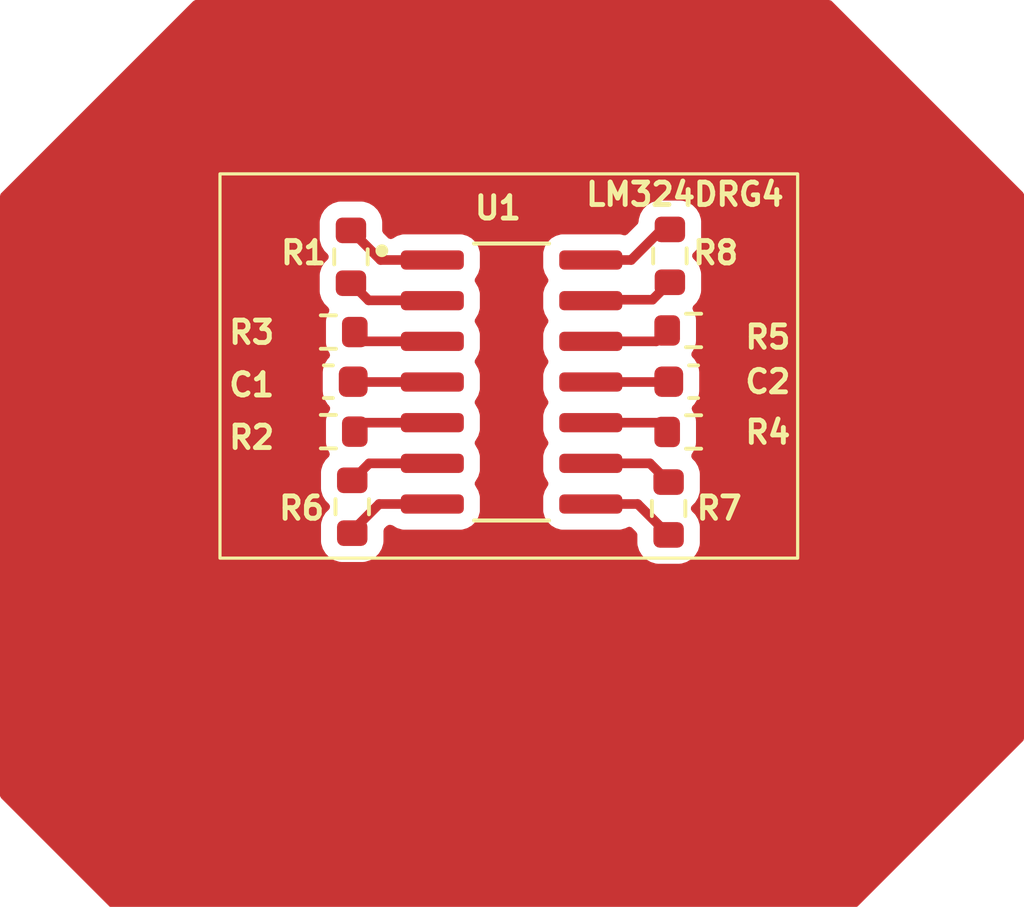
<source format=kicad_pcb>
(kicad_pcb (version 20241229) (generator "pcbnew") (generator_version "9.0")
  (layers (0 "F.Cu" signal) (4 "In1.Cu" signal) (6 "In2.Cu" signal) (2 "B.Cu" signal) (13 "F.Paste" user) (15 "B.Paste" user) (5 "F.SilkS" user "F.Silkscreen") (7 "B.SilkS" user "B.Silkscreen") (1 "F.Mask" user) (3 "B.Mask" user) (25 "Edge.Cuts" user))
  (net 0 "")
  (net 1 "/LM324DRG4/VCC")
  (net 2 "/LM324DRG4/GND")
  (net 3 "/LM324DRG4/VEE")
  (net 4 "/LM324DRG4/PD0")
  (net 5 "/LM324DRG4/OUT1")
  (net 6 "Net-(U1-2IN+)")
  (net 7 "Net-(U1-1IN+)")
  (net 8 "Net-(U1-3IN+)")
  (net 9 "Net-(U1-4IN+)")
  (net 10 "/LM324DRG4/PD1")
  (net 11 "/LM324DRG4/OUT2")
  (net 12 "/LM324DRG4/OUT3")
  (net 13 "/LM324DRG4/PD2")
  (net 14 "/LM324DRG4/PD3")
  (net 15 "/LM324DRG4/OUT4")
  (footprint "Library:C_0603_1608Metric" (layer "F.Cu") (at 157.845 89.65 180)
    (property "Reference" "C1" (at 2.395 -0.1 0) (layer "F.SilkS") (effects (font (size 0.7 0.7) (thickness 0.153))))
    (property "Value" "0.1uF")
    (fp_line (start -0.14058 0.51) (end 0.14058 0.51) (stroke (width 0.12)) (layer "F.SilkS"))
    (fp_line (start -0.14058 -0.51) (end 0.14058 -0.51) (stroke (width 0.12)) (layer "F.SilkS"))
    (pad "1" smd roundrect (at -0.775 0 180) (size 0.9 0.95) (layers "F.Cu" "F.Mask" "F.Paste") (net 1 "/LM324DRG4/VCC"))
    (pad "2" smd roundrect (at 0.775 0 180) (size 0.9 0.95) (layers "F.Cu" "F.Mask" "F.Paste") (net 2 "/LM324DRG4/GND"))
  )
  (footprint "Library:R_0603_1608Metric" (layer "F.Cu") (at 169.25 88.05 180)
    (property "Reference" "R5" (at -2.32 -0.21 0) (layer "F.SilkS") (effects (font (size 0.7 0.7) (thickness 0.153))))
    (property "Value" "100k")
    (fp_line (start -0.237258 0.5225) (end 0.237258 0.5225) (stroke (width 0.12)) (layer "F.SilkS"))
    (fp_line (start -0.237258 -0.5225) (end 0.237258 -0.5225) (stroke (width 0.12)) (layer "F.SilkS"))
    (pad "1" smd roundrect (at -0.825 0 180) (size 0.8 0.95) (layers "F.Cu" "F.Mask" "F.Paste") (net 2 "/LM324DRG4/GND"))
    (pad "2" smd roundrect (at 0.825 0 180) (size 0.8 0.95) (layers "F.Cu" "F.Mask" "F.Paste") (net 9 "Net-(U1-4IN+)"))
  )
  (footprint "Library:R_0603_1608Metric" (layer "F.Cu") (at 158.59 93.555 90)
    (property "Reference" "R6" (at -0.045 -1.58 180) (layer "F.SilkS") (effects (font (size 0.7 0.7) (thickness 0.153))))
    (property "Value" "100k")
    (fp_line (start -0.237258 -0.5225) (end 0.237258 -0.5225) (stroke (width 0.12)) (layer "F.SilkS"))
    (fp_line (start -0.237258 0.5225) (end 0.237258 0.5225) (stroke (width 0.12)) (layer "F.SilkS"))
    (pad "1" smd roundrect (at -0.825 0 90) (size 0.8 0.95) (layers "F.Cu" "F.Mask" "F.Paste") (net 11 "/LM324DRG4/OUT2"))
    (pad "2" smd roundrect (at 0.825 0 90) (size 0.8 0.95) (layers "F.Cu" "F.Mask" "F.Paste") (net 10 "/LM324DRG4/PD1"))
  )
  (footprint "Library:R_0603_1608Metric" (layer "F.Cu") (at 158.55 85.75 -90)
    (property "Reference" "R1" (at -0.125 1.48 180) (layer "F.SilkS") (effects (font (size 0.7 0.7) (thickness 0.153))))
    (property "Value" "100k")
    (fp_line (start -0.237258 0.5225) (end 0.237258 0.5225) (stroke (width 0.12)) (layer "F.SilkS"))
    (fp_line (start -0.237258 -0.5225) (end 0.237258 -0.5225) (stroke (width 0.12)) (layer "F.SilkS"))
    (pad "1" smd roundrect (at -0.825 0 270) (size 0.8 0.95) (layers "F.Cu" "F.Mask" "F.Paste") (net 5 "/LM324DRG4/OUT1"))
    (pad "2" smd roundrect (at 0.825 0 270) (size 0.8 0.95) (layers "F.Cu" "F.Mask" "F.Paste") (net 4 "/LM324DRG4/PD0"))
  )
  (footprint "Library:R_0603_1608Metric" (layer "F.Cu") (at 168.47 93.61 90)
    (property "Reference" "R7" (at 0.01 1.58 180) (layer "F.SilkS") (effects (font (size 0.7 0.7) (thickness 0.153))))
    (property "Value" "100k")
    (fp_line (start -0.237258 -0.5225) (end 0.237258 -0.5225) (stroke (width 0.12)) (layer "F.SilkS"))
    (fp_line (start -0.237258 0.5225) (end 0.237258 0.5225) (stroke (width 0.12)) (layer "F.SilkS"))
    (pad "1" smd roundrect (at -0.825 0 90) (size 0.8 0.95) (layers "F.Cu" "F.Mask" "F.Paste") (net 12 "/LM324DRG4/OUT3"))
    (pad "2" smd roundrect (at 0.825 0 90) (size 0.8 0.95) (layers "F.Cu" "F.Mask" "F.Paste") (net 13 "/LM324DRG4/PD2"))
  )
  (footprint "Library:C_0603_1608Metric" (layer "F.Cu") (at 169.25 89.65)
    (property "Reference" "C2" (at 2.32 0 0) (layer "F.SilkS") (effects (font (size 0.7 0.7) (thickness 0.153))))
    (property "Value" "0.1uF")
    (fp_line (start -0.14058 -0.51) (end 0.14058 -0.51) (stroke (width 0.12)) (layer "F.SilkS"))
    (fp_line (start -0.14058 0.51) (end 0.14058 0.51) (stroke (width 0.12)) (layer "F.SilkS"))
    (pad "1" smd roundrect (at -0.775 0) (size 0.9 0.95) (layers "F.Cu" "F.Mask" "F.Paste") (net 3 "/LM324DRG4/VEE"))
    (pad "2" smd roundrect (at 0.775 0) (size 0.9 0.95) (layers "F.Cu" "F.Mask" "F.Paste") (net 2 "/LM324DRG4/GND"))
  )
  (footprint "Library:R_0603_1608Metric" (layer "F.Cu") (at 168.51 85.72 -90)
    (property "Reference" "R8" (at -0.095 -1.43 180) (layer "F.SilkS") (effects (font (size 0.7 0.7) (thickness 0.153))))
    (property "Value" "100k")
    (fp_line (start -0.237258 0.5225) (end 0.237258 0.5225) (stroke (width 0.12)) (layer "F.SilkS"))
    (fp_line (start -0.237258 -0.5225) (end 0.237258 -0.5225) (stroke (width 0.12)) (layer "F.SilkS"))
    (pad "1" smd roundrect (at -0.825 0 270) (size 0.8 0.95) (layers "F.Cu" "F.Mask" "F.Paste") (net 15 "/LM324DRG4/OUT4"))
    (pad "2" smd roundrect (at 0.825 0 270) (size 0.8 0.95) (layers "F.Cu" "F.Mask" "F.Paste") (net 14 "/LM324DRG4/PD3"))
  )
  (footprint "Library:R_0603_1608Metric" (layer "F.Cu") (at 157.845 88.1)
    (property "Reference" "R3" (at -2.395 0.01 0) (layer "F.SilkS") (effects (font (size 0.7 0.7) (thickness 0.153))))
    (property "Value" "100k")
    (fp_line (start -0.237258 -0.5225) (end 0.237258 -0.5225) (stroke (width 0.12)) (layer "F.SilkS"))
    (fp_line (start -0.237258 0.5225) (end 0.237258 0.5225) (stroke (width 0.12)) (layer "F.SilkS"))
    (pad "1" smd roundrect (at -0.825 0) (size 0.8 0.95) (layers "F.Cu" "F.Mask" "F.Paste") (net 2 "/LM324DRG4/GND"))
    (pad "2" smd roundrect (at 0.825 0) (size 0.8 0.95) (layers "F.Cu" "F.Mask" "F.Paste") (net 7 "Net-(U1-1IN+)"))
  )
  (footprint "Library:R_0603_1608Metric" (layer "F.Cu") (at 169.25 91.22 180)
    (property "Reference" "R4" (at -2.32 -0.01 0) (layer "F.SilkS") (effects (font (size 0.7 0.7) (thickness 0.153))))
    (property "Value" "100k")
    (fp_line (start -0.237258 0.5225) (end 0.237258 0.5225) (stroke (width 0.12)) (layer "F.SilkS"))
    (fp_line (start -0.237258 -0.5225) (end 0.237258 -0.5225) (stroke (width 0.12)) (layer "F.SilkS"))
    (pad "1" smd roundrect (at -0.825 0 180) (size 0.8 0.95) (layers "F.Cu" "F.Mask" "F.Paste") (net 2 "/LM324DRG4/GND"))
    (pad "2" smd roundrect (at 0.825 0 180) (size 0.8 0.95) (layers "F.Cu" "F.Mask" "F.Paste") (net 8 "Net-(U1-3IN+)"))
  )
  (footprint "Library:R_0603_1608Metric" (layer "F.Cu") (at 157.845 91.21)
    (property "Reference" "R2" (at -2.395 0.18 0) (layer "F.SilkS") (effects (font (size 0.7 0.7) (thickness 0.153))))
    (property "Value" "100k")
    (fp_line (start -0.237258 -0.5225) (end 0.237258 -0.5225) (stroke (width 0.12)) (layer "F.SilkS"))
    (fp_line (start -0.237258 0.5225) (end 0.237258 0.5225) (stroke (width 0.12)) (layer "F.SilkS"))
    (pad "1" smd roundrect (at -0.825 0) (size 0.8 0.95) (layers "F.Cu" "F.Mask" "F.Paste") (net 2 "/LM324DRG4/GND"))
    (pad "2" smd roundrect (at 0.825 0) (size 0.8 0.95) (layers "F.Cu" "F.Mask" "F.Paste") (net 6 "Net-(U1-2IN+)"))
  )
  (footprint "Library:SOIC127P600X175-14N" (layer "F.Cu") (at 163.565 89.66)
    (property "Reference" "U1" (at -0.425 -5.435 0) (layer "F.SilkS") (effects (font (size 0.7 0.7) (thickness 0.153))))
    (property "Value" "LM324DRG4")
    (fp_line (start -1.17 -4.325) (end 1.17 -4.325) (stroke (width 0.127)) (layer "F.SilkS"))
    (fp_line (start -1.17 4.325) (end 1.17 4.325) (stroke (width 0.127)) (layer "F.SilkS"))
    (fp_circle (center -4.05 -4.1) (end -3.95 -4.1) (stroke (width 0.2)) (fill no) (layer "F.SilkS"))
    (pad "1" smd roundrect (at -2.475 -3.81) (size 1.97 0.6) (layers "F.Cu" "F.Mask" "F.Paste") (net 5 "/LM324DRG4/OUT1"))
    (pad "2" smd roundrect (at -2.475 -2.54) (size 1.97 0.6) (layers "F.Cu" "F.Mask" "F.Paste") (net 4 "/LM324DRG4/PD0"))
    (pad "3" smd roundrect (at -2.475 -1.27) (size 1.97 0.6) (layers "F.Cu" "F.Mask" "F.Paste") (net 7 "Net-(U1-1IN+)"))
    (pad "4" smd roundrect (at -2.475 0) (size 1.97 0.6) (layers "F.Cu" "F.Mask" "F.Paste") (net 1 "/LM324DRG4/VCC"))
    (pad "5" smd roundrect (at -2.475 1.27) (size 1.97 0.6) (layers "F.Cu" "F.Mask" "F.Paste") (net 6 "Net-(U1-2IN+)"))
    (pad "6" smd roundrect (at -2.475 2.54) (size 1.97 0.6) (layers "F.Cu" "F.Mask" "F.Paste") (net 10 "/LM324DRG4/PD1"))
    (pad "7" smd roundrect (at -2.475 3.81) (size 1.97 0.6) (layers "F.Cu" "F.Mask" "F.Paste") (net 11 "/LM324DRG4/OUT2"))
    (pad "8" smd roundrect (at 2.475 3.81) (size 1.97 0.6) (layers "F.Cu" "F.Mask" "F.Paste") (net 12 "/LM324DRG4/OUT3"))
    (pad "9" smd roundrect (at 2.475 2.54) (size 1.97 0.6) (layers "F.Cu" "F.Mask" "F.Paste") (net 13 "/LM324DRG4/PD2"))
    (pad "10" smd roundrect (at 2.475 1.27) (size 1.97 0.6) (layers "F.Cu" "F.Mask" "F.Paste") (net 8 "Net-(U1-3IN+)"))
    (pad "11" smd roundrect (at 2.475 0) (size 1.97 0.6) (layers "F.Cu" "F.Mask" "F.Paste") (net 3 "/LM324DRG4/VEE"))
    (pad "12" smd roundrect (at 2.475 -1.27) (size 1.97 0.6) (layers "F.Cu" "F.Mask" "F.Paste") (net 9 "Net-(U1-4IN+)"))
    (pad "13" smd roundrect (at 2.475 -2.54) (size 1.97 0.6) (layers "F.Cu" "F.Mask" "F.Paste") (net 14 "/LM324DRG4/PD3"))
    (pad "14" smd roundrect (at 2.475 -3.81) (size 1.97 0.6) (layers "F.Cu" "F.Mask" "F.Paste") (net 15 "/LM324DRG4/OUT4"))
  )
  (gr_rect (start 154.46 83.16) (end 172.5 95.16) (stroke (width 0.1)) (fill no) (layer "F.SilkS"))
  (gr_text "LM324DRG4" (at 168.98 83.8 0) (layer "F.SilkS") (effects (font (size 0.7 0.7) (thickness 0.153) (bold yes))))
  (segment (start 158.63 89.66) (end 158.62 89.65) (width 0.3) (layer "F.Cu") (net 1))
  (segment (start 161.09 89.66) (end 158.63 89.66) (width 0.3) (layer "F.Cu") (net 1))
  (segment (start 166.04 89.66) (end 168.465 89.66) (width 0.3) (layer "F.Cu") (net 3))
  (segment (start 168.465 89.66) (end 168.475 89.65) (width 0.3) (layer "F.Cu") (net 3))
  (segment (start 159.1 87.11) (end 158.565 86.575) (width 0.3) (layer "F.Cu") (net 4))
  (segment (start 161.09 87.12) (end 160.55 87.12) (width 0.3) (layer "F.Cu") (net 4))
  (segment (start 160.54 87.11) (end 159.1 87.11) (width 0.3) (layer "F.Cu") (net 4))
  (segment (start 160.55 87.12) (end 160.54 87.11) (width 0.3) (layer "F.Cu") (net 4))
  (segment (start 158.565 86.575) (end 158.55 86.575) (width 0.3) (layer "F.Cu") (net 4))
  (segment (start 159.475 85.85) (end 158.55 84.925) (width 0.3) (layer "F.Cu") (net 5))
  (segment (start 161.09 85.85) (end 159.475 85.85) (width 0.3) (layer "F.Cu") (net 5))
  (segment (start 161.09 90.93) (end 158.95 90.93) (width 0.3) (layer "F.Cu") (net 6))
  (segment (start 158.95 90.93) (end 158.67 91.21) (width 0.3) (layer "F.Cu") (net 6))
  (segment (start 158.96 88.39) (end 158.67 88.1) (width 0.3) (layer "F.Cu") (net 7))
  (segment (start 161.09 88.39) (end 158.96 88.39) (width 0.3) (layer "F.Cu") (net 7))
  (segment (start 166.04 90.93) (end 168.135 90.93) (width 0.3) (layer "F.Cu") (net 8))
  (segment (start 168.135 90.93) (end 168.425 91.22) (width 0.3) (layer "F.Cu") (net 8))
  (segment (start 166.04 88.39) (end 168.085 88.39) (width 0.3) (layer "F.Cu") (net 9))
  (segment (start 168.085 88.39) (end 168.425 88.05) (width 0.3) (layer "F.Cu") (net 9))
  (segment (start 161.09 92.2) (end 159.12 92.2) (width 0.3) (layer "F.Cu") (net 10))
  (segment (start 159.12 92.2) (end 158.59 92.73) (width 0.3) (layer "F.Cu") (net 10))
  (segment (start 158.59 94.31) (end 158.59 94.38) (width 0.3) (layer "F.Cu") (net 11))
  (segment (start 159.43 93.47) (end 158.59 94.31) (width 0.3) (layer "F.Cu") (net 11))
  (segment (start 161.09 93.47) (end 159.43 93.47) (width 0.3) (layer "F.Cu") (net 11))
  (segment (start 166.04 93.47) (end 167.505 93.47) (width 0.3) (layer "F.Cu") (net 12))
  (segment (start 167.505 93.47) (end 168.47 94.435) (width 0.3) (layer "F.Cu") (net 12))
  (segment (start 167.885 92.2) (end 168.47 92.785) (width 0.3) (layer "F.Cu") (net 13))
  (segment (start 166.04 92.2) (end 167.885 92.2) (width 0.3) (layer "F.Cu") (net 13))
  (segment (start 167.965 87.09) (end 168.51 86.545) (width 0.3) (layer "F.Cu") (net 14))
  (segment (start 166.04 87.12) (end 166.07 87.09) (width 0.3) (layer "F.Cu") (net 14))
  (segment (start 166.07 87.09) (end 167.965 87.09) (width 0.3) (layer "F.Cu") (net 14))
  (segment (start 168.255 84.895) (end 168.51 84.895) (width 0.3) (layer "F.Cu") (net 15))
  (segment (start 167.3 85.85) (end 168.255 84.895) (width 0.3) (layer "F.Cu") (net 15))
  (segment (start 166.04 85.85) (end 167.3 85.85) (width 0.3) (layer "F.Cu") (net 15))
  (zone (net 2) (net_name "/LM324DRG4/GND") (layers "F.Cu" "B.Cu" "In1.Cu" "In2.Cu") (name "TBR") (connect_pads yes (clearance 0.5)) (min_thickness 0.25) (fill yes (thermal_gap 0.5) (thermal_bridge_width 0.5))
    (polygon (pts (xy 153.66 77.73) (xy 173.53 77.73) (xy 179.57 83.77) (xy 179.57 100.84) (xy 174.34 106.07) (xy 151.04 106.07) (xy 147.59 102.62) (xy 147.59 83.8)))
  )
)
</source>
